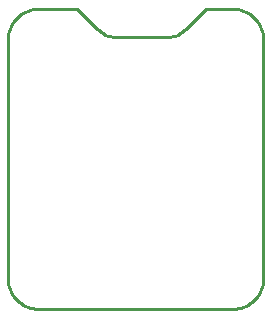
<source format=gbr>
G04 EAGLE Gerber RS-274X export*
G75*
%MOMM*%
%FSLAX34Y34*%
%LPD*%
%IN*%
%IPPOS*%
%AMOC8*
5,1,8,0,0,1.08239X$1,22.5*%
G01*
%ADD10C,0.254000*%


D10*
X0Y25400D02*
X97Y23186D01*
X386Y20989D01*
X865Y18826D01*
X1532Y16713D01*
X2380Y14666D01*
X3403Y12700D01*
X4594Y10831D01*
X5942Y9073D01*
X7440Y7440D01*
X9073Y5942D01*
X10831Y4594D01*
X12700Y3403D01*
X14666Y2380D01*
X16713Y1532D01*
X18826Y865D01*
X20989Y386D01*
X23186Y97D01*
X25400Y0D01*
X190500Y0D01*
X192714Y97D01*
X194911Y386D01*
X197074Y865D01*
X199187Y1532D01*
X201235Y2380D01*
X203200Y3403D01*
X205069Y4594D01*
X206827Y5942D01*
X208461Y7440D01*
X209958Y9073D01*
X211306Y10831D01*
X212497Y12700D01*
X213520Y14666D01*
X214368Y16713D01*
X215035Y18826D01*
X215514Y20989D01*
X215803Y23186D01*
X215900Y25400D01*
X215900Y228600D01*
X215803Y230814D01*
X215514Y233011D01*
X215035Y235174D01*
X214368Y237287D01*
X213520Y239335D01*
X212497Y241300D01*
X211306Y243169D01*
X209958Y244927D01*
X208461Y246561D01*
X206827Y248058D01*
X205069Y249406D01*
X203200Y250597D01*
X201235Y251620D01*
X199187Y252468D01*
X197074Y253135D01*
X194911Y253614D01*
X192714Y253903D01*
X190500Y254000D01*
X167640Y254000D01*
X150950Y237310D01*
X150949Y237310D01*
X149316Y235812D01*
X147558Y234464D01*
X145689Y233273D01*
X143723Y232250D01*
X141676Y231402D01*
X139563Y230735D01*
X137400Y230256D01*
X135203Y229967D01*
X132989Y229870D01*
X93071Y229870D01*
X90857Y229967D01*
X88660Y230256D01*
X86497Y230736D01*
X84384Y231402D01*
X82337Y232250D01*
X80371Y233273D01*
X78502Y234464D01*
X76744Y235812D01*
X75111Y237310D01*
X58420Y254000D01*
X25400Y254000D01*
X23186Y253903D01*
X20989Y253614D01*
X18826Y253135D01*
X16713Y252468D01*
X14666Y251620D01*
X12700Y250597D01*
X10831Y249406D01*
X9073Y248058D01*
X7440Y246561D01*
X5942Y244927D01*
X4594Y243169D01*
X3403Y241300D01*
X2380Y239335D01*
X1532Y237287D01*
X865Y235174D01*
X386Y233011D01*
X97Y230814D01*
X0Y228600D01*
X0Y25400D01*
M02*

</source>
